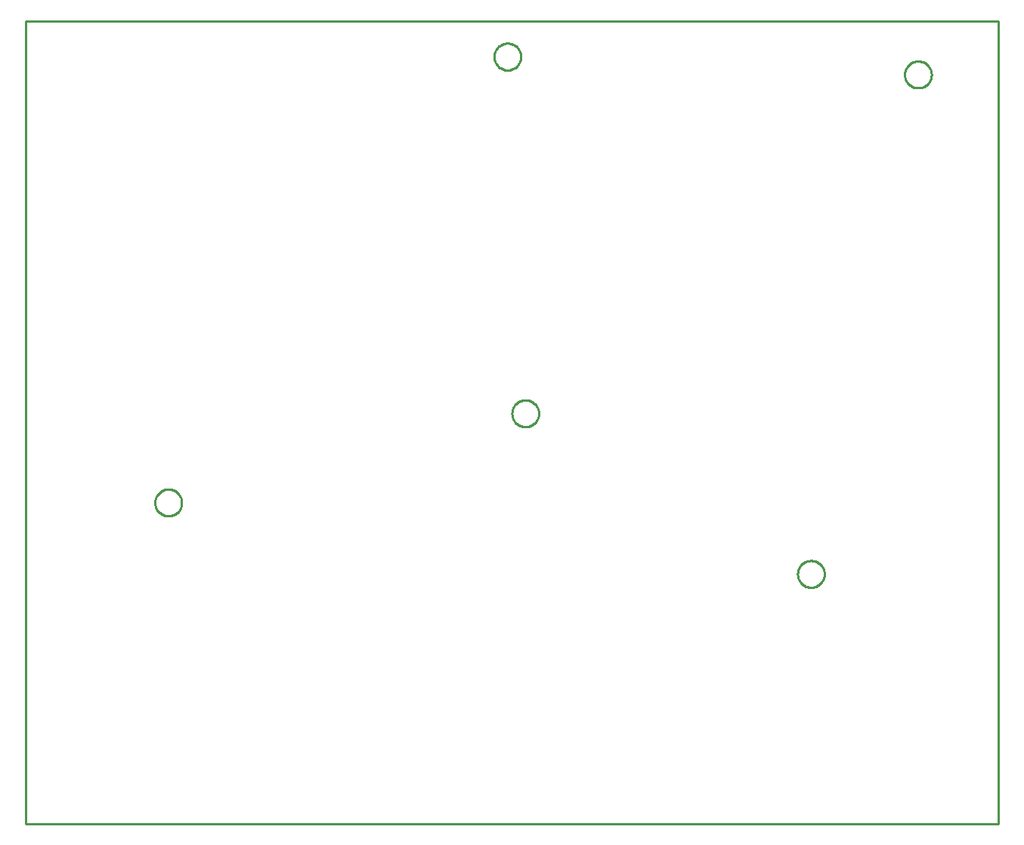
<source format=gbr>
G04 EAGLE Gerber RS-274X export*
G75*
%MOMM*%
%FSLAX34Y34*%
%LPD*%
%IN*%
%IPPOS*%
%AMOC8*
5,1,8,0,0,1.08239X$1,22.5*%
G01*
%ADD10C,0.254000*%


D10*
X-20000Y0D02*
X1070000Y0D01*
X1070000Y900000D01*
X-20000Y900000D01*
X-20000Y0D01*
X995000Y839464D02*
X994924Y838396D01*
X994771Y837335D01*
X994543Y836288D01*
X994241Y835260D01*
X993867Y834256D01*
X993422Y833281D01*
X992908Y832341D01*
X992329Y831440D01*
X991687Y830582D01*
X990985Y829772D01*
X990228Y829015D01*
X989418Y828313D01*
X988560Y827671D01*
X987659Y827092D01*
X986719Y826578D01*
X985744Y826133D01*
X984740Y825759D01*
X983712Y825457D01*
X982665Y825229D01*
X981604Y825076D01*
X980536Y825000D01*
X979464Y825000D01*
X978396Y825076D01*
X977335Y825229D01*
X976288Y825457D01*
X975260Y825759D01*
X974256Y826133D01*
X973281Y826578D01*
X972341Y827092D01*
X971440Y827671D01*
X970582Y828313D01*
X969772Y829015D01*
X969015Y829772D01*
X968313Y830582D01*
X967671Y831440D01*
X967092Y832341D01*
X966578Y833281D01*
X966133Y834256D01*
X965759Y835260D01*
X965457Y836288D01*
X965229Y837335D01*
X965076Y838396D01*
X965000Y839464D01*
X965000Y840536D01*
X965076Y841604D01*
X965229Y842665D01*
X965457Y843712D01*
X965759Y844740D01*
X966133Y845744D01*
X966578Y846719D01*
X967092Y847659D01*
X967671Y848560D01*
X968313Y849418D01*
X969015Y850228D01*
X969772Y850985D01*
X970582Y851687D01*
X971440Y852329D01*
X972341Y852908D01*
X973281Y853422D01*
X974256Y853867D01*
X975260Y854241D01*
X976288Y854543D01*
X977335Y854771D01*
X978396Y854924D01*
X979464Y855000D01*
X980536Y855000D01*
X981604Y854924D01*
X982665Y854771D01*
X983712Y854543D01*
X984740Y854241D01*
X985744Y853867D01*
X986719Y853422D01*
X987659Y852908D01*
X988560Y852329D01*
X989418Y851687D01*
X990228Y850985D01*
X990985Y850228D01*
X991687Y849418D01*
X992329Y848560D01*
X992908Y847659D01*
X993422Y846719D01*
X993867Y845744D01*
X994241Y844740D01*
X994543Y843712D01*
X994771Y842665D01*
X994924Y841604D01*
X995000Y840536D01*
X995000Y839464D01*
X555000Y459464D02*
X554924Y458396D01*
X554771Y457335D01*
X554543Y456288D01*
X554241Y455260D01*
X553867Y454256D01*
X553422Y453281D01*
X552908Y452341D01*
X552329Y451440D01*
X551687Y450582D01*
X550985Y449772D01*
X550228Y449015D01*
X549418Y448313D01*
X548560Y447671D01*
X547659Y447092D01*
X546719Y446578D01*
X545744Y446133D01*
X544740Y445759D01*
X543712Y445457D01*
X542665Y445229D01*
X541604Y445076D01*
X540536Y445000D01*
X539464Y445000D01*
X538396Y445076D01*
X537335Y445229D01*
X536288Y445457D01*
X535260Y445759D01*
X534256Y446133D01*
X533281Y446578D01*
X532341Y447092D01*
X531440Y447671D01*
X530582Y448313D01*
X529772Y449015D01*
X529015Y449772D01*
X528313Y450582D01*
X527671Y451440D01*
X527092Y452341D01*
X526578Y453281D01*
X526133Y454256D01*
X525759Y455260D01*
X525457Y456288D01*
X525229Y457335D01*
X525076Y458396D01*
X525000Y459464D01*
X525000Y460536D01*
X525076Y461604D01*
X525229Y462665D01*
X525457Y463712D01*
X525759Y464740D01*
X526133Y465744D01*
X526578Y466719D01*
X527092Y467659D01*
X527671Y468560D01*
X528313Y469418D01*
X529015Y470228D01*
X529772Y470985D01*
X530582Y471687D01*
X531440Y472329D01*
X532341Y472908D01*
X533281Y473422D01*
X534256Y473867D01*
X535260Y474241D01*
X536288Y474543D01*
X537335Y474771D01*
X538396Y474924D01*
X539464Y475000D01*
X540536Y475000D01*
X541604Y474924D01*
X542665Y474771D01*
X543712Y474543D01*
X544740Y474241D01*
X545744Y473867D01*
X546719Y473422D01*
X547659Y472908D01*
X548560Y472329D01*
X549418Y471687D01*
X550228Y470985D01*
X550985Y470228D01*
X551687Y469418D01*
X552329Y468560D01*
X552908Y467659D01*
X553422Y466719D01*
X553867Y465744D01*
X554241Y464740D01*
X554543Y463712D01*
X554771Y462665D01*
X554924Y461604D01*
X555000Y460536D01*
X555000Y459464D01*
X155000Y359464D02*
X154924Y358396D01*
X154771Y357335D01*
X154543Y356288D01*
X154241Y355260D01*
X153867Y354256D01*
X153422Y353281D01*
X152908Y352341D01*
X152329Y351440D01*
X151687Y350582D01*
X150985Y349772D01*
X150228Y349015D01*
X149418Y348313D01*
X148560Y347671D01*
X147659Y347092D01*
X146719Y346578D01*
X145744Y346133D01*
X144740Y345759D01*
X143712Y345457D01*
X142665Y345229D01*
X141604Y345076D01*
X140536Y345000D01*
X139464Y345000D01*
X138396Y345076D01*
X137335Y345229D01*
X136288Y345457D01*
X135260Y345759D01*
X134256Y346133D01*
X133281Y346578D01*
X132341Y347092D01*
X131440Y347671D01*
X130582Y348313D01*
X129772Y349015D01*
X129015Y349772D01*
X128313Y350582D01*
X127671Y351440D01*
X127092Y352341D01*
X126578Y353281D01*
X126133Y354256D01*
X125759Y355260D01*
X125457Y356288D01*
X125229Y357335D01*
X125076Y358396D01*
X125000Y359464D01*
X125000Y360536D01*
X125076Y361604D01*
X125229Y362665D01*
X125457Y363712D01*
X125759Y364740D01*
X126133Y365744D01*
X126578Y366719D01*
X127092Y367659D01*
X127671Y368560D01*
X128313Y369418D01*
X129015Y370228D01*
X129772Y370985D01*
X130582Y371687D01*
X131440Y372329D01*
X132341Y372908D01*
X133281Y373422D01*
X134256Y373867D01*
X135260Y374241D01*
X136288Y374543D01*
X137335Y374771D01*
X138396Y374924D01*
X139464Y375000D01*
X140536Y375000D01*
X141604Y374924D01*
X142665Y374771D01*
X143712Y374543D01*
X144740Y374241D01*
X145744Y373867D01*
X146719Y373422D01*
X147659Y372908D01*
X148560Y372329D01*
X149418Y371687D01*
X150228Y370985D01*
X150985Y370228D01*
X151687Y369418D01*
X152329Y368560D01*
X152908Y367659D01*
X153422Y366719D01*
X153867Y365744D01*
X154241Y364740D01*
X154543Y363712D01*
X154771Y362665D01*
X154924Y361604D01*
X155000Y360536D01*
X155000Y359464D01*
X875000Y279464D02*
X874924Y278396D01*
X874771Y277335D01*
X874543Y276288D01*
X874241Y275260D01*
X873867Y274256D01*
X873422Y273281D01*
X872908Y272341D01*
X872329Y271440D01*
X871687Y270582D01*
X870985Y269772D01*
X870228Y269015D01*
X869418Y268313D01*
X868560Y267671D01*
X867659Y267092D01*
X866719Y266578D01*
X865744Y266133D01*
X864740Y265759D01*
X863712Y265457D01*
X862665Y265229D01*
X861604Y265076D01*
X860536Y265000D01*
X859464Y265000D01*
X858396Y265076D01*
X857335Y265229D01*
X856288Y265457D01*
X855260Y265759D01*
X854256Y266133D01*
X853281Y266578D01*
X852341Y267092D01*
X851440Y267671D01*
X850582Y268313D01*
X849772Y269015D01*
X849015Y269772D01*
X848313Y270582D01*
X847671Y271440D01*
X847092Y272341D01*
X846578Y273281D01*
X846133Y274256D01*
X845759Y275260D01*
X845457Y276288D01*
X845229Y277335D01*
X845076Y278396D01*
X845000Y279464D01*
X845000Y280536D01*
X845076Y281604D01*
X845229Y282665D01*
X845457Y283712D01*
X845759Y284740D01*
X846133Y285744D01*
X846578Y286719D01*
X847092Y287659D01*
X847671Y288560D01*
X848313Y289418D01*
X849015Y290228D01*
X849772Y290985D01*
X850582Y291687D01*
X851440Y292329D01*
X852341Y292908D01*
X853281Y293422D01*
X854256Y293867D01*
X855260Y294241D01*
X856288Y294543D01*
X857335Y294771D01*
X858396Y294924D01*
X859464Y295000D01*
X860536Y295000D01*
X861604Y294924D01*
X862665Y294771D01*
X863712Y294543D01*
X864740Y294241D01*
X865744Y293867D01*
X866719Y293422D01*
X867659Y292908D01*
X868560Y292329D01*
X869418Y291687D01*
X870228Y290985D01*
X870985Y290228D01*
X871687Y289418D01*
X872329Y288560D01*
X872908Y287659D01*
X873422Y286719D01*
X873867Y285744D01*
X874241Y284740D01*
X874543Y283712D01*
X874771Y282665D01*
X874924Y281604D01*
X875000Y280536D01*
X875000Y279464D01*
X535000Y859464D02*
X534924Y858396D01*
X534771Y857335D01*
X534543Y856288D01*
X534241Y855260D01*
X533867Y854256D01*
X533422Y853281D01*
X532908Y852341D01*
X532329Y851440D01*
X531687Y850582D01*
X530985Y849772D01*
X530228Y849015D01*
X529418Y848313D01*
X528560Y847671D01*
X527659Y847092D01*
X526719Y846578D01*
X525744Y846133D01*
X524740Y845759D01*
X523712Y845457D01*
X522665Y845229D01*
X521604Y845076D01*
X520536Y845000D01*
X519464Y845000D01*
X518396Y845076D01*
X517335Y845229D01*
X516288Y845457D01*
X515260Y845759D01*
X514256Y846133D01*
X513281Y846578D01*
X512341Y847092D01*
X511440Y847671D01*
X510582Y848313D01*
X509772Y849015D01*
X509015Y849772D01*
X508313Y850582D01*
X507671Y851440D01*
X507092Y852341D01*
X506578Y853281D01*
X506133Y854256D01*
X505759Y855260D01*
X505457Y856288D01*
X505229Y857335D01*
X505076Y858396D01*
X505000Y859464D01*
X505000Y860536D01*
X505076Y861604D01*
X505229Y862665D01*
X505457Y863712D01*
X505759Y864740D01*
X506133Y865744D01*
X506578Y866719D01*
X507092Y867659D01*
X507671Y868560D01*
X508313Y869418D01*
X509015Y870228D01*
X509772Y870985D01*
X510582Y871687D01*
X511440Y872329D01*
X512341Y872908D01*
X513281Y873422D01*
X514256Y873867D01*
X515260Y874241D01*
X516288Y874543D01*
X517335Y874771D01*
X518396Y874924D01*
X519464Y875000D01*
X520536Y875000D01*
X521604Y874924D01*
X522665Y874771D01*
X523712Y874543D01*
X524740Y874241D01*
X525744Y873867D01*
X526719Y873422D01*
X527659Y872908D01*
X528560Y872329D01*
X529418Y871687D01*
X530228Y870985D01*
X530985Y870228D01*
X531687Y869418D01*
X532329Y868560D01*
X532908Y867659D01*
X533422Y866719D01*
X533867Y865744D01*
X534241Y864740D01*
X534543Y863712D01*
X534771Y862665D01*
X534924Y861604D01*
X535000Y860536D01*
X535000Y859464D01*
M02*

</source>
